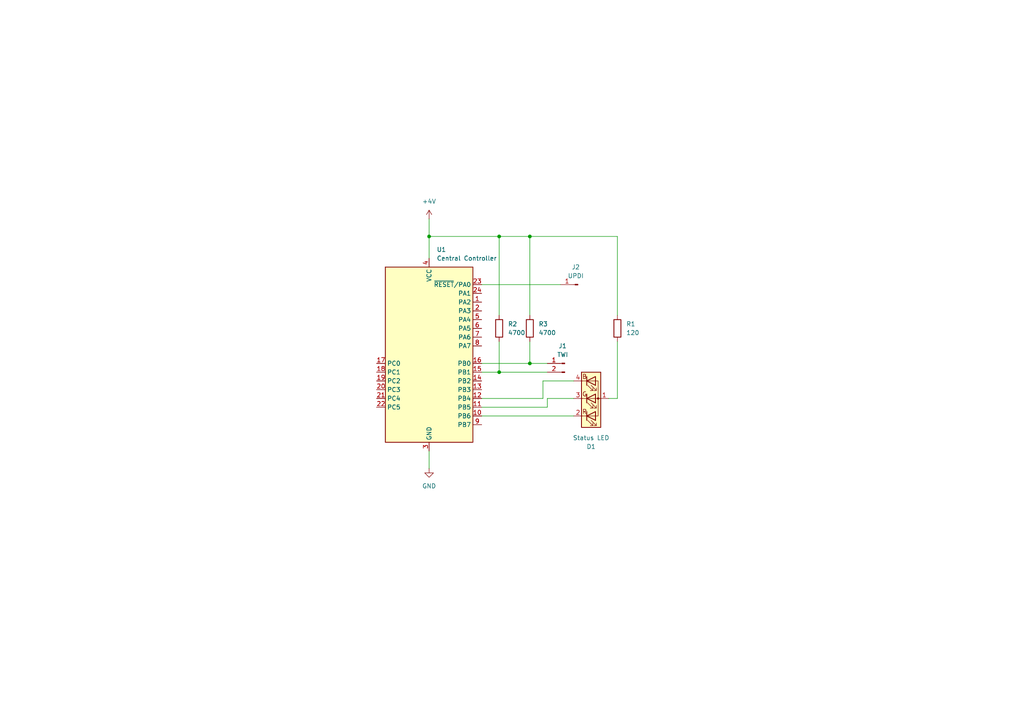
<source format=kicad_sch>
(kicad_sch (version 20231120) (generator "eeschema") (generator_version "8.0")
  (paper "A4")
  (lib_symbols
    (symbol "Connector:Conn_01x01_Pin" (pin_names (offset 1.016) hide)
      (property "Reference" "J" (at 0 2.54 0))
      (property "Value" "Conn_01x01_Pin" (at 0 -2.54 0))
      (symbol "Conn_01x01_Pin_1_1"
        (polyline (pts (xy 1.27 0) (xy 0.8636 0)) (stroke (width 0.1524)))
        (rectangle (start 0.8636 0.127) (end 0 -0.127) (stroke (width 0.1524)) (fill (type outline)))
        (pin passive line (at 5.08 0 180) (length 3.81) (name "Pin_1") (number "1"))
      )
    )
    (symbol "Connector:Conn_01x02_Pin" (pin_names (offset 1.016) hide)
      (property "Reference" "J" (at 0 2.54 0))
      (property "Value" "Conn_01x02_Pin" (at 0 -5.08 0))
      (symbol "Conn_01x02_Pin_1_1"
        (polyline (pts (xy 1.27 -2.54) (xy 0.8636 -2.54)) (stroke (width 0.1524)))
        (polyline (pts (xy 1.27 0) (xy 0.8636 0)) (stroke (width 0.1524)))
        (rectangle (start 0.8636 -2.413) (end 0 -2.667) (stroke (width 0.1524)) (fill (type outline)))
        (rectangle (start 0.8636 0.127) (end 0 -0.127) (stroke (width 0.1524)) (fill (type outline)))
        (pin passive line (at 5.08 0 180) (length 3.81) (name "Pin_1") (number "1"))
        (pin passive line (at 5.08 -2.54 180) (length 3.81) (name "Pin_2") (number "2"))
      )
    )
    (symbol "Device:LED_ARGB" (pin_names (offset 0) hide)
      (property "Reference" "D" (at 0 9.398 0))
      (property "Value" "LED_ARGB" (at 0 -8.89 0))
      (symbol "LED_ARGB_0_0"
        (text "B" (at -1.905 -6.35 0) (effects (font (size 1.27 1.27))))
        (text "G" (at -1.905 -1.27 0) (effects (font (size 1.27 1.27))))
        (text "R" (at -1.905 3.81 0) (effects (font (size 1.27 1.27))))
      )
      (symbol "LED_ARGB_0_1"
        (polyline (pts (xy -1.27 -5.08) (xy -2.54 -5.08)))
        (polyline (pts (xy -1.27 -5.08) (xy 1.27 -5.08)))
        (polyline (pts (xy -1.27 -3.81) (xy -1.27 -6.35)) (stroke (width 0.254)))
        (polyline (pts (xy -1.27 0) (xy -2.54 0)))
        (polyline (pts (xy -1.27 1.27) (xy -1.27 -1.27)) (stroke (width 0.254)))
        (polyline (pts (xy -1.27 5.08) (xy -2.54 5.08)))
        (polyline (pts (xy -1.27 5.08) (xy 1.27 5.08)))
        (polyline (pts (xy -1.27 6.35) (xy -1.27 3.81)) (stroke (width 0.254)))
        (polyline (pts (xy 1.27 0) (xy -1.27 0)))
        (polyline (pts (xy 1.27 0) (xy 2.54 0)))
        (polyline (pts (xy -1.27 1.27) (xy -1.27 -1.27) (xy -1.27 -1.27)))
        (polyline (pts (xy -1.27 6.35) (xy -1.27 3.81) (xy -1.27 3.81)))
        (polyline (pts (xy 1.27 -5.08) (xy 2.032 -5.08) (xy 2.032 5.08) (xy 1.27 5.08)))
        (polyline (pts (xy 1.27 -3.81) (xy 1.27 -6.35) (xy -1.27 -5.08) (xy 1.27 -3.81)) (stroke (width 0.254)))
        (polyline (pts (xy 1.27 1.27) (xy 1.27 -1.27) (xy -1.27 0) (xy 1.27 1.27)) (stroke (width 0.254)))
        (polyline (pts (xy 1.27 6.35) (xy 1.27 3.81) (xy -1.27 5.08) (xy 1.27 6.35)) (stroke (width 0.254)))
        (polyline (pts (xy -1.016 -3.81) (xy 0.508 -2.286) (xy -0.254 -2.286) (xy 0.508 -2.286) (xy 0.508 -3.048)))
        (polyline (pts (xy -1.016 1.27) (xy 0.508 2.794) (xy -0.254 2.794) (xy 0.508 2.794) (xy 0.508 2.032)))
        (polyline (pts (xy -1.016 6.35) (xy 0.508 7.874) (xy -0.254 7.874) (xy 0.508 7.874) (xy 0.508 7.112)))
        (polyline (pts (xy 0 -3.81) (xy 1.524 -2.286) (xy 0.762 -2.286) (xy 1.524 -2.286) (xy 1.524 -3.048)))
        (polyline (pts (xy 0 1.27) (xy 1.524 2.794) (xy 0.762 2.794) (xy 1.524 2.794) (xy 1.524 2.032)))
        (polyline (pts (xy 0 6.35) (xy 1.524 7.874) (xy 0.762 7.874) (xy 1.524 7.874) (xy 1.524 7.112)))
        (rectangle (start 1.27 -1.27) (end 1.27 1.27))
        (rectangle (start 1.27 1.27) (end 1.27 1.27))
        (rectangle (start 1.27 3.81) (end 1.27 6.35))
        (rectangle (start 1.27 6.35) (end 1.27 6.35))
        (circle (center 2.032 0) (radius 0.254) (fill (type outline)))
        (rectangle (start 2.794 8.382) (end -2.794 -7.62) (stroke (width 0.254)) (fill (type background)))
      )
      (symbol "LED_ARGB_1_1"
        (pin passive line (at 5.08 0 180) (length 2.54) (name "A") (number "1"))
        (pin passive line (at -5.08 5.08 0) (length 2.54) (name "RK") (number "2"))
        (pin passive line (at -5.08 0 0) (length 2.54) (name "GK") (number "3"))
        (pin passive line (at -5.08 -5.08 0) (length 2.54) (name "BK") (number "4"))
      )
    )
    (symbol "Device:R" (pin_numbers hide) (pin_names (offset 0))
      (property "Reference" "R" (at 2.032 0 90))
      (property "Value" "R" (at 0 0 90))
      (symbol "R_0_1"
        (rectangle (start -1.016 -2.54) (end 1.016 2.54) (stroke (width 0.254)))
      )
      (symbol "R_1_1"
        (pin passive line (at 0 3.81 270) (length 1.27) (name "~") (number "1"))
        (pin passive line (at 0 -3.81 90) (length 1.27) (name "~") (number "2"))
      )
    )
    (symbol "MCU_Microchip_ATtiny:ATtiny1627-M"
      (property "Reference" "U" (at -12.7 26.67 0))
      (property "Value" "ATtiny1627-M" (at 2.54 -26.67 0))
      (symbol "ATtiny1627-M_0_1"
        (rectangle (start -12.7 -25.4) (end 12.7 25.4) (stroke (width 0.254)) (fill (type background)))
      )
      (symbol "ATtiny1627-M_1_1"
        (pin bidirectional line (at 15.24 15.24 180) (length 2.54) (name "PA2") (number "1"))
        (pin bidirectional line (at 15.24 -17.78 180) (length 2.54) (name "PB6") (number "10"))
        (pin bidirectional line (at 15.24 -15.24 180) (length 2.54) (name "PB5") (number "11"))
        (pin bidirectional line (at 15.24 -12.7 180) (length 2.54) (name "PB4") (number "12"))
        (pin bidirectional line (at 15.24 -10.16 180) (length 2.54) (name "PB3") (number "13"))
        (pin bidirectional line (at 15.24 -7.62 180) (length 2.54) (name "PB2") (number "14"))
        (pin bidirectional line (at 15.24 -5.08 180) (length 2.54) (name "PB1") (number "15"))
        (pin bidirectional line (at 15.24 -2.54 180) (length 2.54) (name "PB0") (number "16"))
        (pin bidirectional line (at -15.24 -2.54 0) (length 2.54) (name "PC0") (number "17"))
        (pin bidirectional line (at -15.24 -5.08 0) (length 2.54) (name "PC1") (number "18"))
        (pin bidirectional line (at -15.24 -7.62 0) (length 2.54) (name "PC2") (number "19"))
        (pin bidirectional line (at 15.24 12.7 180) (length 2.54) (name "PA3") (number "2"))
        (pin bidirectional line (at -15.24 -10.16 0) (length 2.54) (name "PC3") (number "20"))
        (pin bidirectional line (at -15.24 -12.7 0) (length 2.54) (name "PC4") (number "21"))
        (pin bidirectional line (at -15.24 -15.24 0) (length 2.54) (name "PC5") (number "22"))
        (pin bidirectional line (at 15.24 20.32 180) (length 2.54) (name "~{RESET}/PA0") (number "23"))
        (pin bidirectional line (at 15.24 17.78 180) (length 2.54) (name "PA1") (number "24"))
        (pin passive line (at 0 -27.94 90) (length 2.54) hide (name "GND") (number "25"))
        (pin power_in line (at 0 -27.94 90) (length 2.54) (name "GND") (number "3"))
        (pin power_in line (at 0 27.94 270) (length 2.54) (name "VCC") (number "4"))
        (pin bidirectional line (at 15.24 10.16 180) (length 2.54) (name "PA4") (number "5"))
        (pin bidirectional line (at 15.24 7.62 180) (length 2.54) (name "PA5") (number "6"))
        (pin bidirectional line (at 15.24 5.08 180) (length 2.54) (name "PA6") (number "7"))
        (pin bidirectional line (at 15.24 2.54 180) (length 2.54) (name "PA7") (number "8"))
        (pin bidirectional line (at 15.24 -20.32 180) (length 2.54) (name "PB7") (number "9"))
      )
    )
    (symbol "power:+4V" (power) (pin_numbers hide) (pin_names (offset 0) hide)
      (property "Value" "+4V" (at 0 3.556 0))
      (symbol "+4V_0_1"
        (polyline (pts (xy -0.762 1.27) (xy 0 2.54)))
        (polyline (pts (xy 0 0) (xy 0 2.54)))
        (polyline (pts (xy 0 2.54) (xy 0.762 1.27)))
      )
      (symbol "+4V_1_1"
        (pin power_in line (at 0 0 90) (length 0) (name "~") (number "1"))
      )
    )
    (symbol "power:GND" (power) (pin_numbers hide) (pin_names (offset 0) hide)
      (property "Value" "GND" (at 0 -3.81 0))
      (symbol "GND_0_1"
        (polyline (pts (xy 0 0) (xy 0 -1.27) (xy 1.27 -1.27) (xy 0 -2.54) (xy -1.27 -1.27) (xy 0 -1.27)))
      )
      (symbol "GND_1_1"
        (pin power_in line (at 0 0 270) (length 0) (name "~") (number "1"))
      )
    )
  )
  (junction (at 124.46 68.58))
  (junction (at 144.78 68.58))
  (junction (at 144.78 107.95))
  (junction (at 153.67 105.41))
  (junction (at 153.67 68.58))
  (wire (pts (xy 139.7 105.41) (xy 153.67 105.41)))
  (wire (pts (xy 179.07 68.58) (xy 153.67 68.58)))
  (wire (pts (xy 153.67 68.58) (xy 153.67 91.44)))
  (wire (pts (xy 144.78 68.58) (xy 124.46 68.58)))
  (wire (pts (xy 139.7 115.57) (xy 157.48 115.57)))
  (wire (pts (xy 158.75 118.11) (xy 158.75 115.57)))
  (wire (pts (xy 139.7 107.95) (xy 144.78 107.95)))
  (wire (pts (xy 179.07 68.58) (xy 179.07 91.44)))
  (wire (pts (xy 139.7 118.11) (xy 158.75 118.11)))
  (wire (pts (xy 157.48 115.57) (xy 157.48 110.49)))
  (wire (pts (xy 176.53 115.57) (xy 179.07 115.57)))
  (wire (pts (xy 153.67 99.06) (xy 153.67 105.41)))
  (wire (pts (xy 144.78 99.06) (xy 144.78 107.95)))
  (wire (pts (xy 139.7 82.55) (xy 162.56 82.55)))
  (wire (pts (xy 158.75 115.57) (xy 166.37 115.57)))
  (wire (pts (xy 153.67 68.58) (xy 144.78 68.58)))
  (wire (pts (xy 124.46 63.5) (xy 124.46 68.58)))
  (wire (pts (xy 124.46 68.58) (xy 124.46 74.93)))
  (wire (pts (xy 144.78 68.58) (xy 144.78 91.44)))
  (wire (pts (xy 179.07 99.06) (xy 179.07 115.57)))
  (wire (pts (xy 139.7 120.65) (xy 166.37 120.65)))
  (wire (pts (xy 153.67 105.41) (xy 158.75 105.41)))
  (wire (pts (xy 124.46 130.81) (xy 124.46 135.89)))
  (wire (pts (xy 144.78 107.95) (xy 158.75 107.95)))
  (wire (pts (xy 157.48 110.49) (xy 166.37 110.49)))
  (symbol (lib_id "Connector:Conn_01x02_Pin") (at 163.83 105.41 0) (mirror y) (unit 1)
    (property "Reference" "J1" (at 163.195 100.33 0))
    (property "Value" "TWI" (at 163.195 102.87 0))
    (property "Description" "Generic connector, single row, 01x02, script generated" (effects (hide yes)))
  )
  (symbol (lib_id "Connector:Conn_01x01_Pin") (at 167.64 82.55 0) (mirror y) (unit 1)
    (property "Reference" "J2" (at 167.005 77.47 0))
    (property "Value" "UPDI" (at 167.005 80.01 0))
    (property "Description" "Generic connector, single row, 01x01, script generated" (effects (hide yes)))
  )
  (symbol (lib_id "Device:R") (at 153.67 95.25 0) (unit 1)
    (property "Reference" "R3" (at 156.21 93.9799 0) (effects (justify left)))
    (property "Value" "4700" (at 156.21 96.5199 0) (effects (justify left)))
    (property "Description" "Resistor" (effects (hide yes)))
  )
  (symbol (lib_id "Device:R") (at 144.78 95.25 0) (unit 1)
    (property "Reference" "R2" (at 147.32 93.9799 0) (effects (justify left)))
    (property "Value" "4700" (at 147.32 96.5199 0) (effects (justify left)))
    (property "Description" "Resistor" (effects (hide yes)))
  )
  (symbol (lib_id "power:+4V") (at 124.46 63.5 0) (unit 1)
    (property "Reference" "#PWR01" (effects (hide yes)))
    (property "Value" "+4V" (at 124.46 58.42 0))
    (property "Description" "Power symbol creates a global label with name \"+4V\"" (effects (hide yes)))
  )
  (symbol (lib_id "Device:R") (at 179.07 95.25 0) (unit 1)
    (property "Reference" "R1" (at 181.61 93.9799 0) (effects (justify left)))
    (property "Value" "120" (at 181.61 96.5199 0) (effects (justify left)))
    (property "Description" "Resistor" (effects (hide yes)))
  )
  (symbol (lib_id "power:GND") (at 124.46 135.89 0) (unit 1)
    (property "Reference" "#PWR02" (effects (hide yes)))
    (property "Value" "GND" (at 124.46 140.97 0))
    (property "Description" "Power symbol creates a global label with name \"GND\" , ground" (effects (hide yes)))
  )
  (symbol (lib_id "Device:LED_ARGB") (at 171.45 115.57 0) (mirror x) (unit 1)
    (property "Reference" "D1" (at 171.45 129.54 0))
    (property "Value" "Status LED" (at 171.45 127 0))
    (property "Description" "RGB LED, anode/red/green/blue" (effects (hide yes)))
  )
  (symbol (lib_id "MCU_Microchip_ATtiny:ATtiny1627-M") (at 124.46 102.87 0) (unit 1)
    (property "Reference" "U1" (at 126.6541 72.39 0) (effects (justify left)))
    (property "Value" "Central Controller" (at 126.6541 74.93 0) (effects (justify left)))
    (property "Footprint" "Package_DFN_QFN:QFN-24-1EP_4x4mm_P0.5mm_EP2.6x2.6mm" (effects (hide yes)))
    (property "Datasheet" "https://ww1.microchip.com/downloads/en/DeviceDoc/ATtiny1624-26-27-DataSheet-DS40002234A.pdf" (effects (hide yes)))
    (property "Description" "20MHz, 16kB Flash, 2kB SRAM, 256B EEPROM, VQFN-24" (effects (hide yes)))
  )
)
</source>
